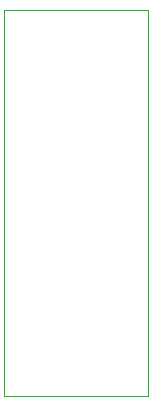
<source format=gbr>
G04 #@! TF.GenerationSoftware,KiCad,Pcbnew,(5.1.4)-1*
G04 #@! TF.CreationDate,2019-08-19T16:22:37-04:00*
G04 #@! TF.ProjectId,clock_buffer,636c6f63-6b5f-4627-9566-6665722e6b69,rev?*
G04 #@! TF.SameCoordinates,Original*
G04 #@! TF.FileFunction,Profile,NP*
%FSLAX46Y46*%
G04 Gerber Fmt 4.6, Leading zero omitted, Abs format (unit mm)*
G04 Created by KiCad (PCBNEW (5.1.4)-1) date 2019-08-19 16:22:37*
%MOMM*%
%LPD*%
G04 APERTURE LIST*
%ADD10C,0.120000*%
G04 APERTURE END LIST*
D10*
X144018000Y-90170000D02*
X147320000Y-90170000D01*
X144018000Y-122809000D02*
X144018000Y-90170000D01*
X156210000Y-122809000D02*
X144018000Y-122809000D01*
X156210000Y-90170000D02*
X156210000Y-122809000D01*
X147320000Y-90170000D02*
X156210000Y-90170000D01*
M02*

</source>
